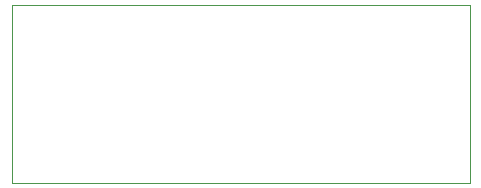
<source format=gbr>
%FSLAX34Y34*%
%MOMM*%
%LNOUTLINE*%
G71*
G01*
%ADD10C, 0.10*%
%LPD*%
G54D10*
X0Y0D02*
X387330Y0D01*
X387330Y-150679D01*
X0Y-150679D01*
X0Y0D01*
M02*

</source>
